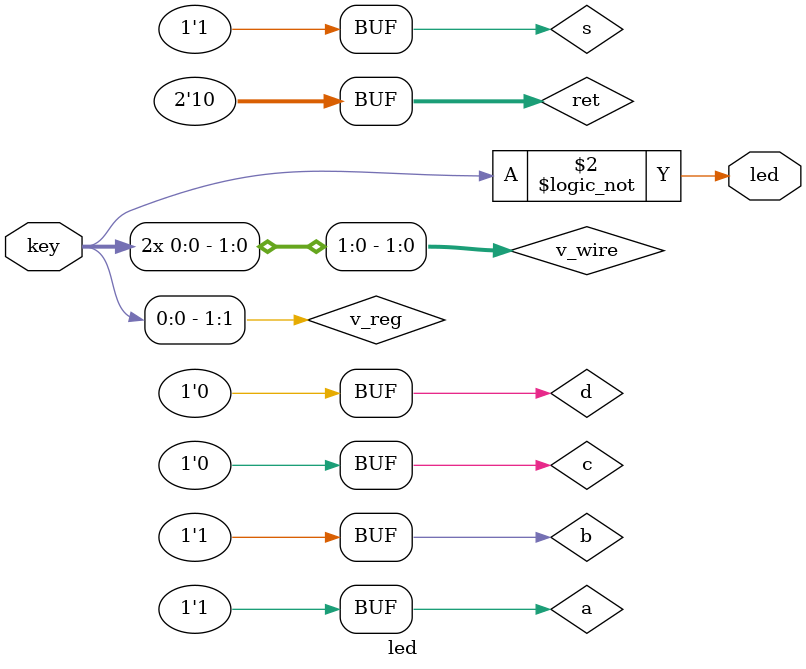
<source format=v>
module led(  // 该括号内对 io口 以及类型 进行说明
    input key,  // 默认为 wire 型
    output reg led  // 因为需要再always中改变状态, 需要设置为寄存器型
);

parameter WIDTH = 5;  // 定义一个内部常量, 可以供模块式用, 当然你这个变量可以在外部被修改, 编译的时候使用


wire [WIDTH:0] tmp1, tmp2;  // 定义两个 线类型信号, 宽度为 常量 WIDTH

reg [WIDTH:0]v_reg;  // 定义一个 寄存器类型, 宽度为 6bit  寄存器类型在下一次触发机制到来之前, 保留原值
wire [WIDTH:0]v_wire;  // 定义一个 线类型, 宽度为 6bit

always @(*) begin  // * 表示内部的任何变量发生变化的时候, 就会并行执行该 block
                   // 该块 没有带时钟信号, 虽然内部产生的信号定义还是 reg型的, 但是他并没有产生时序逻辑, 还是组合逻辑, 只有带时钟信号之后, 才会使用真正的存储单元/寄存器
                   // begin ... end 表示改语句是一个块, 块内的语句是一体的, 如果没有begin ... end, 则只会执行 always 下面紧挨着的 1行!
    led = !key;    // 对reg 类型变量 阻塞赋值, 他执行完毕, 才会执行下面的

    v_reg[1] = key;
    // v_wire[1] = key;  // 不能 对 wire 类型 进行赋值, wire类型是用来连接各种门的信号线, 他只能使用 assign进行连线
end

// assign v_reg[0] = key;  // 寄存器类型 不能进行 连线, 他只能在 always中进行赋值
assign v_wire[0] = key;
assign v_wire[1] = v_reg[1];  // 把 v_wire 线中 下标1的位置直接连到 v_reg寄存器中的下标1



// 信号的位宽
//     信号宽度默认是 1bit, 可以省略不写
wire c;
assign c = 1'b1 + 1'b1;  // c的宽度是 1bit, 这个加法溢出了, 溢出的丢失, 所以c 是 1'b0


wire a;
wire b;
wire d;
wire s;
assign a = 1'b1;
assign b = 1'b1;
assign {s, d} = a + b;  // 也会溢出, 我们把进位保存起来到 s

wire [1:0]ret;
assign {ret[1], ret[0]} = a + b;  // 把结果和进位 拼接到位宽为 2 的 ret中


endmodule
</source>
